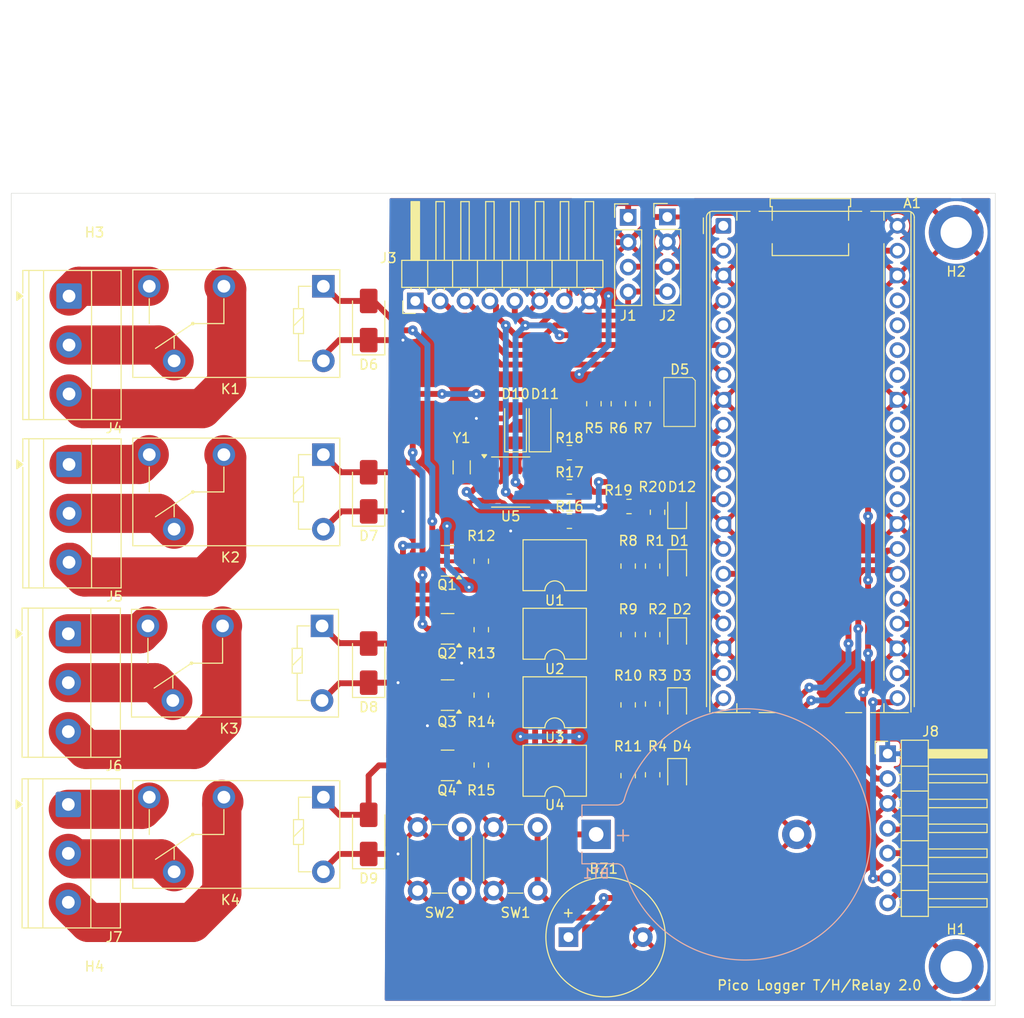
<source format=kicad_pcb>
(kicad_pcb (version 20241229) (generator "pcbnew") (generator_version "9.0")
  (layers (0 "F.Cu" signal) (2 "B.Cu" signal) (13 "F.Paste" user) (15 "B.Paste" user) (5 "F.SilkS" user "F.Silkscreen") (7 "B.SilkS" user "B.Silkscreen") (1 "F.Mask" user) (3 "B.Mask" user) (25 "Edge.Cuts" user))
  (net 0 "")
  (net 1 "SCL")
  (net 4 "SPI TX")
  (net 5 "SDA")
  (net 6 "GPIO14")
  (net 8 "GPIO21")
  (net 12 "+3.3V")
  (net 14 "GND")
  (net 15 "Net-(D1-A)")
  (net 16 "Net-(D2-A)")
  (net 17 "Net-(D3-A)")
  (net 18 "Net-(D4-A)")
  (net 19 "Net-(D5-DI)")
  (net 20 "Net-(D5-VDD)")
  (net 21 "Net-(D5-DO)")
  (net 22 "GPIO2")
  (net 24 "GPIO12")
  (net 25 "K1_Pin5")
  (net 27 "GPIO11")
  (net 28 "GPIO13")
  (net 29 "TX")
  (net 30 "GPIO15")
  (net 31 "RX")
  (net 32 "+BATT")
  (net 33 "K1_Pin2")
  (net 34 "K2_Pin2")
  (net 35 "K3_Pin2")
  (net 36 "K4_Pin2")
  (net 37 "GPIO9")
  (net 38 "K4_Pin4")
  (net 39 "K4_Pin3")
  (net 40 "K4_Pin1")
  (net 41 "K3_Pin1")
  (net 42 "K3_Pin4")
  (net 43 "K3_Pin3")
  (net 44 "K2_Pin1")
  (net 45 "K2_Pin3")
  (net 46 "K2_Pin4")
  (net 47 "K1_Pin1")
  (net 48 "K1_Pin4")
  (net 49 "K1_Pin3")
  (net 50 "Net-(Q1-B)")
  (net 51 "Net-(Q2-B)")
  (net 52 "Net-(Q3-B)")
  (net 53 "Net-(Q4-B)")
  (net 54 "Net-(R8-Pad1)")
  (net 55 "Net-(R9-Pad1)")
  (net 56 "Net-(R10-Pad1)")
  (net 57 "Net-(R11-Pad1)")
  (net 58 "Net-(R12-Pad2)")
  (net 59 "Net-(R13-Pad2)")
  (net 60 "Net-(R14-Pad2)")
  (net 61 "Net-(R15-Pad2)")
  (net 62 "Net-(D10-K)")
  (net 63 "Net-(D12-A)")
  (net 64 "SPI CSn")
  (net 65 "GPIO6")
  (net 66 "SPI SCK")
  (net 67 "GPIO20")
  (net 68 "SPI RX")
  (net 69 "GPIO7")
  (net 70 "GPIO8")
  (net 71 "GPIO10")
  (net 72 "Net-(U5-OSCO)")
  (net 73 "Net-(U5-OSCI)")
  (footprint "Resistor_SMD:R_0805_2012Metric" (layer "F.Cu") (at 155 72.5 180)
    (property "Reference" "R18")
    (property "Value" "4K7")
  )
  (footprint "LED_SMD:LED_Avago_PLCC4_3.2x2.8mm_CW" (layer "F.Cu") (at 166.25 67.325 -90)
    (property "Reference" "D5")
    (property "Value" "APA-106-F5")
  )
  (footprint "Resistor_SMD:R_0805_2012Metric" (layer "F.Cu") (at 162.5 67.5 -90)
    (property "Reference" "R7")
    (property "Value" "220")
  )
  (footprint "Diode_SMD:D_MiniMELF" (layer "F.Cu") (at 149.5 69.75 90)
    (property "Reference" "D10")
    (property "Value" "LL4148")
  )
  (footprint "Resistor_SMD:R_0805_2012Metric" (layer "F.Cu") (at 163.5 84.0875 90)
    (property "Reference" "R1")
    (property "Value" "220")
  )
  (footprint "LED_SMD:LED_0805_2012Metric" (layer "F.Cu") (at 166 98.2075 -90)
    (property "Reference" "D3")
    (property "Value" "LED")
  )
  (footprint "MountingHole:MountingHole_3.2mm_M3_DIN965_Pad" (layer "F.Cu") (at 194.5 50)
    (property "Reference" "H2")
    (property "Value" "MountingHole_Pad")
  )
  (footprint "Connector_PinHeader_2.54mm:PinHeader_1x04_P2.54mm_Vertical" (layer "F.Cu") (at 161 48.46)
    (property "Reference" "J1")
    (property "Value" "Sensor")
  )
  (footprint "Resistor_SMD:R_0805_2012Metric" (layer "F.Cu") (at 157.5 67.5 -90)
    (property "Reference" "R5")
    (property "Value" "220")
  )
  (footprint "Resistor_SMD:R_0805_2012Metric" (layer "F.Cu") (at 161.0875 78)
    (property "Reference" "R19")
    (property "Value" "10K")
  )
  (footprint "Button_Switch_THT:SW_PUSH_6mm" (layer "F.Cu") (at 139.5 117.25 90)
    (property "Reference" "SW2")
    (property "Value" "SW_Push")
  )
  (footprint "Diode_SMD:D_SMA" (layer "F.Cu") (at 134.5 111.5 90)
    (property "Reference" "D9")
    (property "Value" "SM4007")
  )
  (footprint "Resistor_SMD:R_0805_2012Metric" (layer "F.Cu") (at 146 104.4125 90)
    (property "Reference" "R15")
    (property "Value" "120")
  )
  (footprint "MountingHole:MountingHole_3.2mm_M3" (layer "F.Cu") (at 102 125)
    (property "Reference" "H4")
    (property "Value" "MountingHole")
  )
  (footprint "Relay_THT:Relay_SPDT_Omron-G5Q-1" (layer "F.Cu") (at 129.875 72.7 180)
    (property "Reference" "K2")
    (property "Value" "G5Q-1")
  )
  (footprint "Resistor_SMD:R_0805_2012Metric" (layer "F.Cu") (at 161 105.5 90)
    (property "Reference" "R11")
    (property "Value" "470")
  )
  (footprint "TerminalBlock_Phoenix:TerminalBlock_Phoenix_MKDS-1,5-3_1x03_P5.00mm_Horizontal" (layer "F.Cu") (at 103.8275 91 -90)
    (property "Reference" "J6")
    (property "Value" "K2_Output")
  )
  (footprint "Package_DIP:SMDIP-4_W9.53mm" (layer "F.Cu") (at 153.5 98 180)
    (property "Reference" "U3")
    (property "Value" "LTV-817S")
  )
  (footprint "LED_SMD:LED_0805_2012Metric" (layer "F.Cu") (at 166 91.0625 -90)
    (property "Reference" "D2")
    (property "Value" "LED")
  )
  (footprint "Connector_PinHeader_2.54mm:PinHeader_1x04_P2.54mm_Vertical" (layer "F.Cu") (at 165 48.42)
    (property "Reference" "J2")
    (property "Value" "LCD 16x2")
  )
  (footprint "Resistor_SMD:R_0805_2012Metric" (layer "F.Cu") (at 146 90.5875 90)
    (property "Reference" "R13")
    (property "Value" "120")
  )
  (footprint "MountingHole:MountingHole_3.2mm_M3" (layer "F.Cu") (at 102 50)
    (property "Reference" "H3")
    (property "Value" "MountingHole")
  )
  (footprint "Connector_PinHeader_2.54mm:PinHeader_1x07_P2.54mm_Horizontal" (layer "F.Cu") (at 187.5 103.26)
    (property "Reference" "J8")
    (property "Value" "SPI")
  )
  (footprint "MountingHole:MountingHole_3.2mm_M3_DIN965_Pad" (layer "F.Cu") (at 194.5 125)
    (property "Reference" "H1")
    (property "Value" "MountingHole_Pad")
  )
  (footprint "Module:RaspberryPi_Pico_Common_THT" (layer "F.Cu") (at 170.72 49.32)
    (property "Reference" "A1")
    (property "Value" "RaspberryPi_Pico_W")
  )
  (footprint "Package_SO:SOIC-8_3.9x4.9mm_P1.27mm" (layer "F.Cu") (at 149 75.5)
    (property "Reference" "U5")
    (property "Value" "PCF8563T")
  )
  (footprint "Package_DIP:SMDIP-4_W9.53mm" (layer "F.Cu") (at 153.5 91 180)
    (property "Reference" "U2")
    (property "Value" "LTV-817S")
  )
  (footprint "Package_TO_SOT_SMD:SOT-23" (layer "F.Cu") (at 142.5625 83.55 180)
    (property "Reference" "Q1")
    (property "Value" "MMBT3904")
  )
  (footprint "Resistor_SMD:R_0805_2012Metric" (layer "F.Cu") (at 146 83.5875 90)
    (property "Reference" "R12")
    (property "Value" "120")
  )
  (footprint "Package_DIP:SMDIP-4_W9.53mm" (layer "F.Cu") (at 153.5 84 180)
    (property "Reference" "U1")
    (property "Value" "LTV-817S")
  )
  (footprint "Package_TO_SOT_SMD:SOT-23" (layer "F.Cu") (at 142.5625 104.45 180)
    (property "Reference" "Q4")
    (property "Value" "MMBT3904")
  )
  (footprint "Relay_THT:Relay_SPDT_Omron-G5Q-1" (layer "F.Cu") (at 129.875 107.7 180)
    (property "Reference" "K4")
    (property "Value" "G5Q-1")
  )
  (footprint "Package_TO_SOT_SMD:SOT-23" (layer "F.Cu") (at 142.5625 90.5 180)
    (property "Reference" "Q2")
    (property "Value" "MMBT3904")
  )
  (footprint "Resistor_SMD:R_0805_2012Metric" (layer "F.Cu") (at 160 67.5 -90)
    (property "Reference" "R6")
    (property "Value" "220")
  )
  (footprint "LED_SMD:LED_0805_2012Metric" (layer "F.Cu") (at 166 105.4375 -90)
    (property "Reference" "D4")
    (property "Value" "LED")
  )
  (footprint "Diode_SMD:D_SMA" (layer "F.Cu") (at 134.5 59 90)
    (property "Reference" "D6")
    (property "Value" "SM4007")
  )
  (footprint "Button_Switch_THT:SW_PUSH_6mm" (layer "F.Cu") (at 147.25 117.25 90)
    (property "Reference" "SW1")
    (property "Value" "SW_Push")
  )
  (footprint "Resistor_SMD:R_0805_2012Metric" (layer "F.Cu") (at 146 97.27 90)
    (property "Reference" "R14")
    (property "Value" "120")
  )
  (footprint "Resistor_SMD:R_0805_2012Metric" (layer "F.Cu") (at 161 98.27 90)
    (property "Reference" "R10")
    (property "Value" "470")
  )
  (footprint "Resistor_SMD:R_0805_2012Metric" (layer "F.Cu") (at 161 84.0875 90)
    (property "Reference" "R8")
    (property "Value" "470")
  )
  (footprint "Resistor_SMD:R_0805_2012Metric" (layer "F.Cu") (at 164 78.5875 -90)
    (property "Reference" "R20")
    (property "Value" "220")
  )
  (footprint "LED_SMD:LED_0805_2012Metric" (layer "F.Cu") (at 166 84.0875 -90)
    (property "Reference" "D1")
    (property "Value" "LED")
  )
  (footprint "Diode_SMD:D_SMA" (layer "F.Cu") (at 134.5 76.5 90)
    (property "Reference" "D7")
    (property "Value" "SM4007")
  )
  (footprint "Buzzer_Beeper:Buzzer_12x9.5RM7.6" (layer "F.Cu") (at 154.9 122)
    (property "Reference" "BZ1")
    (property "Value" "Buzzer")
  )
  (footprint "Relay_THT:Relay_SPDT_Omron-G5Q-1" (layer "F.Cu") (at 129.74 90.2 180)
    (property "Reference" "K3")
    (property "Value" "G5Q-1")
  )
  (footprint "TerminalBlock_Phoenix:TerminalBlock_Phoenix_MKDS-1,5-3_1x03_P5.00mm_Horizontal" (layer "F.Cu") (at 103.9 56.5 -90)
    (property "Reference" "J4")
    (property "Value" "K4_Output")
  )
  (footprint "TerminalBlock_Phoenix:TerminalBlock_Phoenix_MKDS-1,5-3_1x03_P5.00mm_Horizontal" (layer "F.Cu") (at 103.8275 108.44 -90)
    (property "Reference" "J7")
    (property "Value" "K1_Output")
  )
  (footprint "Resistor_SMD:R_0805_2012Metric" (layer "F.Cu") (at 163.5 91.0875 90)
    (property "Reference" "R2")
    (property "Value" "220")
  )
  (footprint "Resistor_SMD:R_0805_2012Metric" (layer "F.Cu") (at 163.5 98.1825 90)
    (property "Reference" "R3")
    (property "Value" "220")
  )
  (footprint "Resistor_SMD:R_0805_2012Metric" (layer "F.Cu") (at 161 91.0875 90)
    (property "Reference" "R9")
    (property "Value" "470")
  )
  (footprint "Diode_SMD:D_MiniMELF" (layer "F.Cu") (at 152 69.75 90)
    (property "Reference" "D11")
    (property "Value" "LL4148")
  )
  (footprint "Crystal:Crystal_SMD_3215-2Pin_3.2x1.5mm" (layer "F.Cu") (at 144 74 -90)
    (property "Reference" "Y1")
    (property "Value" "Crystal")
  )
  (footprint "Resistor_SMD:R_0805_2012Metric" (layer "F.Cu") (at 155 76 180)
    (property "Reference" "R17")
    (property "Value" "4K7")
  )
  (footprint "Relay_THT:Relay_SPDT_Omron-G5Q-1" (layer "F.Cu") (at 129.875 55.5 180)
    (property "Reference" "K1")
    (property "Value" "G5Q-1")
  )
  (footprint "Diode_SMD:D_SMA" (layer "F.Cu") (at 134.5 94 90)
    (property "Reference" "D8")
    (property "Value" "SM4007")
  )
  (footprint "TerminalBlock_Phoenix:TerminalBlock_Phoenix_MKDS-1,5-3_1x03_P5.00mm_Horizontal" (layer "F.Cu") (at 103.9 73.7 -90)
    (property "Reference" "J5")
    (property "Value" "K3_Output")
  )
  (footprint "Resistor_SMD:R_0805_2012Metric" (layer "F.Cu") (at 163.5 105.4125 90)
    (property "Reference" "R4")
    (property "Value" "220")
  )
  (footprint "Resistor_SMD:R_0805_2012Metric" (layer "F.Cu") (at 155 79.5 180)
    (property "Reference" "R16")
    (property "Value" "4K7")
  )
  (footprint "LED_SMD:LED_0805_2012Metric" (layer "F.Cu") (at 166 78.5625 90)
    (property "Reference" "D12")
    (property "Value" "LED")
  )
  (footprint "Package_DIP:SMDIP-4_W9.53mm" (layer "F.Cu") (at 153.5 105 180)
    (property "Reference" "U4")
    (property "Value" "LTV-817S")
  )
  (footprint "Package_TO_SOT_SMD:SOT-23" (layer "F.Cu") (at 142.5625 97.27 180)
    (property "Reference" "Q3")
    (property "Value" "MMBT3904")
  )
  (footprint "Connector_PinHeader_2.54mm:PinHeader_1x08_P2.54mm_Horizontal" (layer "F.Cu") (at 139.26 57 90)
    (property "Reference" "J3")
    (property "Value" "Additional connector")
  )
  (footprint "Battery:BatteryHolder_Keystone_104_1x23mm" (layer "B.Cu") (at 157.73 111.5)
    (property "Reference" "BT1")
    (property "Value" "Battery_Cell")
  )
  (gr_rect (start 98 46) (end 198.5 129) (stroke (width 0.05)) (fill no) (layer "Edge.Cuts"))
  (gr_text "Pico Logger T/H/Relay 2.0" (at 170 127.5 0) (layer "F.SilkS") (effects (font (size 1 1)) (justify left bottom)))
  (segment (start 166.5 59.5) (end 168 58) (width 0.6) (layer "F.Cu") (net 1))
  (segment (start 150.5 59.5) (end 152 59.5) (width 0.6) (layer "F.Cu") (net 1))
  (segment (start 149.5 75.5) (end 150.135 76.135) (width 0.6) (layer "F.Cu") (net 1))
  (segment (start 149.42 58.42) (end 149.42 57) (width 0.6) (layer "F.Cu") (net 1))
  (segment (start 165 56.04) (end 161.04 56.04) (width 0.6) (layer "F.Cu") (net 1))
  (segment (start 169.14 51.86) (end 170.72 51.86) (width 0.6) (layer "F.Cu") (net 1))
  (segment (start 161 58) (end 161 56.08) (width 0.6) (layer "F.Cu") (net 1))
  (segment (start 163.5 59.5) (end 166.5 59.5) (width 0.6) (layer "F.Cu") (net 1))
  (segment (start 153.9525 76.135) (end 154.0875 76) (width 0.6) (layer "F.Cu") (net 1))
  (segment (start 150.5 59.5) (end 149.42 58.42) (width 0.6) (layer "F.Cu") (net 1))
  (segment (start 151.475 76.135) (end 153.9525 76.135) (width 0.6) (layer "F.Cu") (net 1))
  (segment (start 163.5 59.5) (end 162.5 60.5) (width 0.6) (layer "F.Cu") (net 1))
  (segment (start 153 58.5) (end 160.5 58.5) (width 0.6) (layer "F.Cu") (net 1))
  (segment (start 162.5 60.5) (end 154 60.5) (width 0.6) (layer "F.Cu") (net 1))
  (segment (start 160.5 58.5) (end 161 58) (width 0.6) (layer "F.Cu") (net 1))
  (segment (start 150.135 76.135) (end 151.475 76.135) (width 0.6) (layer "F.Cu") (net 1))
  (segment (start 152 59.5) (end 153 58.5) (width 0.6) (layer "F.Cu") (net 1))
  (segment (start 168 53) (end 169.14 51.86) (width 0.6) (layer "F.Cu") (net 1))
  (segment (start 168 58) (end 168 53) (width 0.6) (layer "F.Cu") (net 1))
  (via (at 154 60.5) (size 1) (drill 0.3) (layers "F.Cu" "B.Cu") (net 1))
  (via (at 150.5 59.5) (size 1) (drill 0.3) (layers "F.Cu" "B.Cu") (net 1))
  (via (at 149.5 75.5) (size 1) (drill 0.3) (layers "F.Cu" "B.Cu") (net 1))
  (segment (start 150.5 59.5) (end 153 59.5) (width 0.6) (layer "B.Cu") (net 1))
  (segment (start 149.5 60.5) (end 149.5 75.5) (width 0.6) (layer "B.Cu") (net 1))
  (segment (start 150.5 59.5) (end 149.5 60.5) (width 0.6) (layer "B.Cu") (net 1))
  (segment (start 153 59.5) (end 154 60.5) (width 0.6) (layer "B.Cu") (net 1))
  (segment (start 193 111) (end 193 90.5) (width 0.6) (layer "F.Cu") (net 4))
  (segment (start 193 90.5) (end 191.5 89) (width 0.6) (layer "F.Cu") (net 4))
  (segment (start 188.92 87.42) (end 188.5 87.42) (width 0.6) (layer "F.Cu") (net 4))
  (segment (start 190.5 89) (end 188.92 87.42) (width 0.6) (layer "F.Cu") (net 4))
  (segment (start 187 118.5) (end 187.5 118.5) (width 0.6) (layer "F.Cu") (net 4))
  (segment (start 189.5 116.5) (end 189.5 114.5) (width 0.6) (layer "F.Cu") (net 4))
  (segment (start 187.5 118.5) (end 189.5 116.5) (width 0.6) (layer "F.Cu") (net 4))
  (segment (start 189.5 114.5) (end 193 111) (width 0.6) (layer "F.Cu") (net 4))
  (segment (start 191.5 89) (end 190.5 89) (width 0.6) (layer "F.Cu") (net 4))
  (segment (start 147.5 58.5) (end 147.5 57.5) (width 0.6) (layer "F.Cu") (net 5))
  (segment (start 147.5 57.5) (end 147 57) (width 0.6) (layer "F.Cu") (net 5))
  (segment (start 153.5 59.5) (end 162 59.5) (width 0.6) (layer "F.Cu") (net 5))
  (segment (start 166 58.5) (end 167 57.5) (width 0.6) (layer "F.Cu") (net 5))
  (segment (start 170.18 49.32) (end 170.72 49.32) (width 0.6) (layer "F.Cu") (net 5))
  (segment (start 154.0875 79) (end 154.0875 79.5) (width 0.6) (layer "F.Cu") (net 5))
  (segment (start 152.4925 77.405) (end 154.0875 79) (width 0.6) (layer "F.Cu") (net 5))
  (segment (start 167 53.5) (end 161.04 53.5) (width 0.6) (layer "F.Cu") (net 5))
  (segment (start 151.475 77.405) (end 152.4925 77.405) (width 0.6) (layer "F.Cu") (net 5))
  (segment (start 149.405 77.405) (end 151.475 77.405) (width 0.6) (layer "F.Cu") (net 5))
  (segment (start 148.5 59.5) (end 147.5 58.5) (width 0.6) (layer "F.Cu") (net 5))
  (segment (start 167 53.5) (end 167 52.5) (width 0.6) (layer "F.Cu") (net 5))
  (segment (start 152.5 60.5) (end 153.5 59.5) (width 0.6) (layer "F.Cu") (net 5))
  (segment (start 162 59.5) (end 163 58.5) (width 0.6) (layer "F.Cu") (net 5))
  (segment (start 148.5 76.5) (end 149.405 77.405) (width 0.6) (layer "F.Cu") (net 5))
  (segment (start 147 57) (end 146.88 57) (width 0.6) (layer "F.Cu") (net 5))
  (segment (start 149.5 60.5) (end 152.5 60.5) (width 0.6) (layer "F.Cu") (net 5))
  (segment (start 167 52.5) (end 170.18 49.32) (width 0.6) (layer "F.Cu") (net 5))
  (segment (start 163 58.5) (end 166 58.5) (width 0.6) (layer "F.Cu") (net 5))
  (segment (start 167 57.5) (end 167 53.5) (width 0.6) (layer "F.Cu") (net 5))
  (segment (start 148.5 59.5) (end 149.5 60.5) (width 0.6) (layer "F.Cu") (net 5))
  (via (at 148.5 76.5) (size 1) (drill 0.3) (layers "F.Cu" "B.Cu") (net 5))
  (via (at 148.5 59.5) (size 1) (drill 0.3) (layers "F.Cu" "B.Cu") (net 5))
  (segment (start 148.5 65) (end 148.5 76.5) (width 0.6) (layer "B.Cu") (net 5))
  (segment (start 148.5 59.5) (end 148.5 65) (width 0.6) (layer "B.Cu") (net 5))
  (segment (start 170.68 95) (end 170.72 95.04) (width 0.6) (layer "F.Cu") (net 6))
  (segment (start 163.5 97.27) (end 163.5 96) (width 0.6) (layer "F.Cu") (net 6))
  (segment (start 164.5 95) (end 170.68 95) (width 0.6) (layer "F.Cu") (net 6))
  (segment (start 163.5 96) (end 164.5 95) (width 0.6) (layer "F.Cu") (net 6))
  (segment (start 161 97.3575) (end 163.4125 97.3575) (width 0.6) (layer "F.Cu") (net 6))
  (segment (start 151.75 117.25) (end 151.75 110.75) (width 0.6) (layer "F.Cu") (net 8))
  (segment (start 162 117.5) (end 160.5 119) (width 0.6) (layer "F.Cu") (net 8))
  (segment (start 160.5 119) (end 153.5 119) (width 0.6) (layer "F.Cu") (net 8))
  (segment (start 183.5 92) (end 183.5 84.5) (width 0.6) (layer "F.Cu") (net 8))
  (segment (start 184.5 83.5) (end 186.5 83.5) (width 0.6) (layer "F.Cu") (net 8))
  (segment (start 186.5 83.5) (end 187.5 82.5) (width 0.6) (layer "F.Cu") (net 8))
  (segment (start 153.5 119) (end 151.75 117.25) (width 0.6) (layer "F.Cu") (net 8))
  (segment (start 188.34 82.5) (end 188.5 82.34) (width 0.6) (layer "F.Cu") (net 8))
  (segment (start 187.5 82.5) (end 188.34 82.5) (width 0.6) (layer "F.Cu") (net 8))
  (segment (start 179.5 96.5) (end 162 114) (width 0.6) (layer "F.Cu") (net 8))
  (segment (start 183.5 84.5) (end 184.5 83.5) (width 0.6) (layer "F.Cu") (net 8))
  (segment (start 162 114) (end 162 117.5) (width 0.6) (layer "F.Cu") (net 8))
  (via (at 183.5 92) (size 1) (drill 0.3) (layers "F.Cu" "B.Cu") (net 8))
  (via (at 179.5 96.5) (size 1) (drill 0.3) (layers "F.Cu" "B.Cu") (net 8))
  (segment (start 183.5 92) (end 183.5 94) (width 0.6) (layer "B.Cu") (net 8))
  (segment (start 183.5 94) (end 181 96.5) (width 0.6) (layer "B.Cu") (net 8))
  (segment (start 181 96.5) (end 179.5 96.5) (width 0.6) (layer "B.Cu") (net 8))
  (segment (start 186.3 105.8) (end 187 105.8) (width 0.6) (layer "F.Cu") (net 12))
  (segment (start 186.14 51.86) (end 186.86 51.86) (width 0.6) (layer "F.Cu") (net 12))
  (segment (start 161 47) (end 156 47) (width 0.6) (layer "F.Cu") (net 12))
  (segment (start 185 104.5) (end 186.3 105.8) (width 0.6) (layer "F.Cu") (net 12))
  (segment (start 156 47) (end 155 48) (width 0.6) (layer "F.Cu") (net 12))
  (segment (start 186.5 49) (end 185.5 48) (width 0.6) (layer "F.Cu") (net 12))
  (segment (start 186.5 51.5) (end 186.5 49) (width 0.6) (layer "F.Cu") (net 12))
  (segment (start 185 97) (end 185 104.5) (width 0.6) (layer "F.Cu") (net 12))
  (segment (start 155 48) (end 155 56.5) (width 0.6) (layer "F.Cu") (net 12))
  (segment (start 185.5 79) (end 185.5 52.5) (width 0.6) (layer "F.Cu") (net 12))
  (segment (start 185.5 48) (end 168 48) (width 0.6) (layer "F.Cu") (net 12))
  (segment (start 161 47) (end 161 48.46) (width 0.6) (layer "F.Cu") (net 12))
  (segment (start 167 47) (end 161 47) (width 0.6) (layer "F.Cu") (net 12))
  (segment (start 185.5 85.5) (end 185.5 93) (width 0.6) (layer "F.Cu") (net 12))
  (segment (start 188.5 51.86) (end 186.86 51.86) (width 0.6) (layer "F.Cu") (net 12))
  (segment (start 185.5 52.5) (end 186.14 51.86) (width 0.6) (layer "F.Cu") (net 12))
  (segment (start 155 56.5) (end 154.5 57) (width 0.6) (layer "F.Cu") (net 12))
  (segment (start 186.86 51.86) (end 186.5 51.5) (width 0.6) (layer "F.Cu") (net 12))
  (segment (start 168 48) (end 167 47) (width 0.6) (layer "F.Cu") (net 12))
  (via (at 185.5 93) (size 1) (drill 0.3) (layers "F.Cu" "B.Cu") (net 12))
  (via (at 185 97) (size 1) (drill 0.3) (layers "F.Cu" "B.Cu") (net 12))
  (via (at 185.5 85.5) (size 1) (drill 0.3) (layers "F.Cu" "B.Cu") (net 12))
  (via (at 185.5 79) (size 1) (drill 0.3) (layers "F.Cu" "B.Cu") (net 12))
  (segment (start 185.5 93) (end 185.5 96.5) (width 0.6) (layer "B.Cu") (net 12))
  (segment (start 185.5 96.5) (end 185 97) (width 0.6) (layer "B.Cu") (net 12))
  (segment (start 185.5 85.5) (end 185.5 79) (width 0.6) (layer "B.Cu") (net 12))
  (segment (start 158.5 56) (end 159 56.5) (width 0.6) (layer "F.Cu") (net 14))
  (segment (start 168.995 68.825) (end 170.72 67.1) (width 0.6) (layer "F.Cu") (net 14))
  (segment (start 167 68.825) (end 168.995 68.825) (width 0.6) (layer "F.Cu") (net 14))
  (segment (start 163.58 48.42) (end 161 51) (width 0.6) (layer "F.Cu") (net 14))
  (segment (start 165 48.42) (end 163.58 48.42) (width 0.6) (layer "F.Cu") (net 14))
  (segment (start 161 51) (end 158.5 51) (width 0.6) (layer "F.Cu") (net 14))
  (segment (start 158.5 51) (end 158.5 56) (width 0.6) (layer "F.Cu") (net 14))
  (via (at 156 101.5) (size 1) (drill 0.3) (layers "F.Cu" "B.Cu") (net 14))
  (via (at 142.5 80) (size 1) (drill 0.3) (layers "F.Cu" "B.Cu") (net 14))
  (via (at 150 101.5) (size 1) (drill 0.3) (layers "F.Cu" "B.Cu") (net 14))
  (via (at 159 56.5) (size 1) (drill 0.3) (layers "F.Cu" "B.Cu") (net 14))
  (via (at 156 64.5) (size 1) (drill 0.3) (layers "F.Cu" "B.Cu") (net 14))
  (via (at 144.75 86.25) (size 1) (drill 0.3) (layers "F.Cu" "B.Cu") (net 14))
  (segment (start 159 61.5) (end 156 64.5) (width 0.6) (layer "B.Cu") (net 14))
  (segment (start 144.75 86.25) (end 142.5 84) (width 0.6) (layer "B.Cu") (net 14))
  (segment (start 159 56.5) (end 159 61.5) (width 0.6) (layer "B.Cu") (net 14))
  (segment (start 150 101.5) (end 156 101.5) (width 0.6) (layer "B.Cu") (net 14))
  (segment (start 142.5 84) (end 142.5 80) (width 0.6) (layer "B.Cu") (net 14))
  (segment (start 163.265 85) (end 165.74 85) (width 0.6) (layer "F.Cu") (net 15))
  (segment (start 166 92) (end 163.5 92) (width 0.6) (layer "F.Cu") (net 16))
  (segment (start 166 99.145) (end 163.55 99.145) (width 0.6) (layer "F.Cu") (net 17))
  (segment (start 166.5 106.375) (end 164.05 106.375) (width 0.6) (layer "F.Cu") (net 18))
  (segment (start 164.05 106.375) (end 164 106.325) (width 0.6) (layer "F.Cu") (net 18))
  (segment (start 164.0875 64.4125) (end 165.5 65.825) (width 0.6) (layer "F.Cu") (net 19))
  (segment (start 159.5875 64.4125) (end 164.0875 64.4125) (width 0.6) (layer "F.Cu") (net 19))
  (segment (start 159.5875 64.4125) (end 157.4125 66.5875) (width 0.6) (layer "F.Cu") (net 19))
  (segment (start 165.5 68.825) (end 164.825 68.825) (width 0.6) (layer "F.Cu") (net 20))
  (segment (start 164.825 68.825) (end 162.5 66.5) (width 0.6) (layer "F.Cu") (net 20))
  (segment (start 166.5 67.325) (end 167 66.825) (width 0.6) (layer "F.Cu") (net 21))
  (segment (start 160 66.5) (end 160 65.325) (width 0.6) (layer "F.Cu") (net 21))
  (segment (start 164 65.5) (end 164 66.525) (width 0.6) (layer "F.Cu") (net 21))
  (segment (start 164.8 67.325) (end 166.5 67.325) (width 0.6) (layer "F.Cu") (net 21))
  (segment (start 160 65.325) (end 163.825 65.325) (width 0.6) (layer "F.Cu") (net 21))
  (segment (start 167 66.825) (end 167 65.825) (width 0.6) (layer "F.Cu") (net 21))
  (segment (start 163.825 65.325) (end 164 65.5) (width 0.6) (layer "F.Cu") (net 21))
  (segment (start 164 66.525) (end 164.8 67.325) (width 0.6) (layer "F.Cu") (net 21))
  (segment (start 170.56 56.94) (end 167 60.5) (width 0.6) (layer "F.Cu") (net 22))
  (segment (start 164 60.5) (end 163 61.5) (width 0.6) (layer "F.Cu") (net 22))
  (segment (start 163 61.5) (end 149 61.5) (width 0.6) (layer "F.Cu") (net 22))
  (segment (start 149 61.5) (end 144.84 57.34) (width 0.6) (layer "F.Cu") (net 22))
  (segment (start 144.84 57.34) (end 144 57.34) (width 0.6) (layer "F.Cu") (net 22))
  (segment (start 170.72 56.94) (end 170.56 56.94) (width 0.6) (layer "F.Cu") (net 22))
  (segment (start 167 60.5) (end 164 60.5) (width 0.6) (layer "F.Cu") (net 22))
  (segment (start 161.5 83.175) (end 163.5 83.175) (width 0.6) (layer "F.Cu") (net 24))
  (segment (start 169 85.7) (end 170.72 87.42) (width 0.6) (layer "F.Cu") (net 24))
  (segment (start 164.5 81) (end 168 81) (width 0.6) (layer "F.Cu") (net 24))
  (segment (start 163.5 82) (end 164.5 81) (width 0.6) (layer "F.Cu") (net 24))
  (segment (start 163.5 83.175) (end 163.5 82) (width 0.6) (layer "F.Cu") (net 24))
  (segment (start 168 81) (end 169 82) (width 0.6) (layer "F.Cu") (net 24))
  (segment (start 169 82) (end 169 85.7) (width 0.6) (layer "F.Cu") (net 24))
  (segment (start 138 78.5) (end 134.5 78.5) (width 0.6) (layer "F.Cu") (net 25))
  (segment (start 151 81.5) (end 151 84.5) (width 0.6) (layer "F.Cu") (net 25))
  (segment (start 131.695 78.5) (end 129.875 80.32) (width 0.6) (layer "F.Cu") (net 25))
  (segment (start 150.5 81) (end 151 81.5) (width 0.6) (layer "F.Cu") (net 25))
  (segment (start 150.5 85) (end 149.005 85) (width 0.6) (layer "F.Cu") (net 25))
  (segment (start 129.875 62.625) (end 129.875 63.12) (width 0.6) (layer "F.Cu") (net 25))
  (segment (start 151 84.5) (end 150.5 85) (width 0.6) (layer "F.Cu") (net 25))
  (segment (start 140.5 100.4) (end 147.605 100.4) (width 0.6) (layer "F.Cu") (net 25))
  (segment (start 151.5 105.5) (end 150.5 106.5) (width 0.6) (layer "F.Cu") (net 25))
  (segment (start 134.5 61) (end 131.5 61) (width 0.6) (layer "F.Cu") (net 25))
  (segment (start 150 80.5) (end 150.5 81) (width 0.6) (layer "F.Cu") (net 25))
  (segment (start 134.44 96.06) (end 134.5 96) (width 0.6) (layer "F.Cu") (net 25))
  (segment (start 149.5 68) (end 148.5 69) (width 0.6) (layer "F.Cu") (net 25))
  (segment (start 131.5 61) (end 129.875 62.625) (width 0.6) (layer "F.Cu") (net 25))
  (segment (start 134.5 96) (end 137.5 96) (width 0.6) (layer "F.Cu") (net 25))
  (segment (start 147.605 100.4) (end 148.735 99.27) (width 0.6) (layer "F.Cu") (net 25))
  (segment (start 155.9125 76) (end 155.9125 72.5) (width 0.6) (layer "F.Cu") (net 25))
  (segment (start 149.005 99) (end 150.5 99) (width 0.6) (layer "F.Cu") (net 25))
  (segment (start 138 61) (end 134.5 61) (width 0.6) (layer "F.Cu") (net 25))
  (segment (start 149 80.5) (end 150 80.5) (width 0.6) (layer "F.Cu") (net 25))
  (segment (start 150.5 99) (end 151.5 100) (width 0.6) (layer "F.Cu") (net 25))
  (segment (start 144 94) (end 146.5 94) (width 0.6) (layer "F.Cu") (net 25))
  (segment (start 150.5 106.5) (end 148.965 106.5) (width 0.6) (layer "F.Cu") (net 25))
  (segment (start 131.5 96.06) (end 134.44 96.06) (width 0.6) (layer "F.Cu") (net 25))
  (segment (start 155.9125 79.5) (end 155.9125 76) (width 0.6) (layer "F.Cu") (net 25))
  (segment (start 155.9125 80.5875) (end 155.5 81) (width 0.6) (layer "F.Cu") (net 25))
  (segment (start 155.5 81) (end 150.5 81) (width 0.6) (layer "F.Cu") (net 25))
  (segment (start 162 79.5) (end 155.9125 79.5) (width 0.6) (layer "F.Cu") (net 25))
  (segment (start 146.5 94) (end 147.5 93) (width 0.6) (layer "F.Cu") (net 25))
  (segment (start 155.9125 79.5) (end 155.9125 80.5875) (width 0.6) (layer "F.Cu") (net 25))
  (segment (start 148.005 93) (end 149.005 92) (width 0.6) (layer "F.Cu") (net 25))
  (segment (start 131.5 113.5) (end 129.875 115.125) (width 0.6) (layer "F.Cu") (net 25))
  (segment (start 148.5 69) (end 145.5 69) (width 0.6) (layer "F.Cu") (net 25))
  (segment (start 162 78) (end 162 79.5) (width 0.6) (layer "F.Cu") (net 25))
  (segment (start 164 79.5) (end 162 79.5) (width 0.6) (layer "F.Cu") (net 25))
  (segment (start 134.5 113.5) (end 131.5 113.5) (width 0.6) (layer "F.Cu") (net 25))
  (segment (start 134.5 78.5) (end 131.695 78.5) (width 0.6) (layer "F.Cu") (net 25))
  (segment (start 131.5 96.06) (end 129.74 97.82) (width 0.6) (layer "F.Cu") (net 25))
  (segment (start 151.5 100) (end 151.5 105.5) (width 0.6) (layer "F.Cu") (net 25))
  (segment (start 129.875 115.125) (end 129.875 115.32) (width 0.6) (layer "F.Cu") (net 25))
  (segment (start 134.5 113.5) (end 137.5 113.5) (width 0.6) (layer "F.Cu") (net 25))
  (segment (start 147.5 93) (end 148.005 93) (width 0.6) (layer "F.Cu") (net 25))
  (via (at 138 78.5) (size 1) (drill 0.3) (layers "F.Cu" "B.Cu") (net 25))
  (via (at 149 80.5) (size 1) (drill 0.3) (layers "F.Cu" "B.Cu") (net 25))
  (via (at 137.5 96) (size 1) (drill 0.3) (layers "F.Cu" "B.Cu") (net 25))
  (via (at 144 94) (size 1) (drill 0.3) (layers "F.Cu" "B.Cu") (net 25))
  (via (at 140.5 100.4) (size 1) (drill 0.3) (layers "F.Cu" "B.Cu") (net 25))
  (via (at 145.5 69) (size 1) (drill 0.3) (layers "F.Cu" "B.Cu") (net 25))
  (via (at 137.5 113.5) (size 1) (drill 0.3) (layers "F.Cu" "B.Cu") (net 25))
  (via (at 138 61) (size 1) (drill 0.3) (layers "F.Cu" "B.Cu") (net 25))
  (segment (start 172.88 84.88) (end 170.72 84.88) (width 0.6) (layer "F.Cu") (net 27))
  (segment (start 174 86) (end 172.88 84.88) (width 0.6) (layer "F.Cu") (net 27))
  (segment (start 158.5 118) (end 160 118) (width 0.6) (layer "F.Cu") (net 27))
  (segment (start 161 117) (end 161 113.5) (width 0.6) (layer "F.Cu") (net 27))
  (segment (start 174 100.5) (end 174 86) (width 0.6) (layer "F.Cu") (net 27))
  (segment (start 160 118) (end 161 117) (width 0.6) (layer "F.Cu") (net 27))
  (segment (start 161 113.5) (end 174 100.5) (width 0.6) (layer "F.Cu") (net 27))
  (via (at 158.5 118) (size 1) (drill 0.3) (layers "F.Cu" "B.Cu") (net 27))
  (segment (start 158.5 118.4) (end 154.9 122) (width 0.6) (layer "B.Cu") (net 27))
  (segment (start 158.5 118) (end 158.5 118.4) (width 0.6) (layer "B.Cu") (net 27))
  (segment (start 163.5 89) (end 164.5 88) (width 0.6) (layer "F.Cu") (net 28))
  (segment (start 168.76 88) (end 170.72 89.96) (width 0.6) (layer "F.Cu") (net 28))
  (segment (start 163.5 90.175) (end 163.5 89) (width 0.6) (layer "F.Cu") (net 28))
  (segment (start 164.5 88) (end 168.76 88) (width 0.6) (layer "F.Cu") (net 28))
  (segment (start 163.5 90.175) (end 161 90.175) (width 0.6) (layer "F.Cu") (net 28))
  (segment (start 148.5 62.5) (end 144.5 58.5) (width 0.6) (layer "F.Cu") (net 29))
  (segment (start 143.5 58.5) (end 142 57) (width 0.6) (layer "F.Cu") (net 29))
  (segment (start 170.72 62.02) (end 170.2 61.5) (width 0.6) (layer "F.Cu") (net 29))
  (segment (start 142 57) (end 141.8 57) (width 0.6) (layer "F.Cu") (net 29))
  (segment (start 170.48 62.02) (end 170.72 62.02) (width 0.6) (layer "F.Cu") (net 29))
  (segment (start 170.2 61.5) (end 164.5 61.5) (width 0.6) (layer "F.Cu") (net 29))
  (segment (start 144.5 58.5) (end 143.5 58.5) (width 0.6) (layer "F.Cu") (net 29))
  (segment (start 163.5 62.5) (end 148.5 62.5) (width 0.6) (layer "F.Cu") (net 29))
  (segment (start 164.5 61.5) (end 163.5 62.5) (width 0.6) (layer "F.Cu") (net 29))
  (segment (start 170.72 97.58) (end 164 104.3) (width 0.6) (layer "F.Cu") (net 30))
  (segment (start 164 104.3) (end 164 104.5) (width 0.6) (layer "F.Cu") (net 30))
  (segment (start 164 104.5) (end 161.5875 104.5) (width 0.6) (layer "F.Cu") (net 30))
  (segment (start 161.5875 104.5) (end 161.5 104.5875) (width 0.6) (layer "F.Cu") (net 30))
  (segment (start 142 59.5) (end 139.76 57.26) (width 0.6) (layer "F.Cu") (net 31))
  (segment (start 148 63.5) (end 144 59.5) (width 0.6) (layer "F.Cu") (net 31))
  (segment (start 168.66 62.5) (end 165 62.5) (width 0.6) (layer "F.Cu") (net 31))
  (segment (start 139.76 57.26) (end 139.26 57.26) (width 0.6) (layer "F.Cu") (net 31))
  (segment (start 165 62.5) (end 164 63.5) (width 0.6) (layer "F.Cu") (net 31))
  (segment (start 170.72 64.56) (end 168.66 62.5) (width 0.6) (layer "F.Cu") (net 31))
  (segment (start 144 59.5) (end 142 59.5) (width 0.6) (layer "F.Cu") (net 31))
  (segment (start 164 63.5) (end 148 63.5) (width 0.6) (layer "F.Cu") (net 31))
  (segment (start 145.49 66.5) (end 145.495 66.505) (width 0.6) (layer "F.Cu") (net 32))
  (segment (start 139 72.5) (end 139 67) (width 0.6) (layer "F.Cu") (net 32))
  (segment (start 157.73 111.5) (end 155 111.5) (width 0.6) (layer "F.Cu") (net 32))
  (segment (start 138 86.5) (end 138 82) (width 0.6) (layer "F.Cu") (net 32))
  (segment (start 152.5 87.5) (end 139 87.5) (width 0.6) (layer "F.Cu") (net 32))
  (segment (start 155 111.5) (end 154.5 111) (width 0.6) (layer "F.Cu") (net 32))
  (segment (start 145.5 66.51) (end 151.99 66.51) (width 0.6) (layer "F.Cu") (net 32))
  (segment (start 139 87.5) (end 138 86.5) (width 0.6) (layer "F.Cu") (net 32))
  (segment (start 139 67) (end 139.5 66.5) (width 0.6) (layer "F.Cu") (net 32))
  (segment (start 151.99 66.51) (end 152 66.5) (width 0.6) (layer "F.Cu") (net 32))
  (segment (start 154.5 89.5) (end 152.5 87.5) (width 0.6) (layer "F.Cu") (net 32))
  (segment (start 145.495 66.505) (end 145.5 66.51) (width 0.6) (layer "F.Cu") (net 32))
  (segment (start 142 66.5) (end 139.5 66.5) (width 0.6) (layer "F.Cu") (net 32))
  (segment (start 154.5 111) (end 154.5 89.5) (width 0.6) (layer "F.Cu") (net 32))
  (segment (start 152 66.5) (end 152 68) (width 0.6) (layer "F.Cu") (net 32))
  (via (at 138 82) (size 1) (drill 0.3) (layers "F.Cu" "B.Cu") (net 32))
  (via (at 139 72.5) (size 1) (drill 0.3) (layers "F.Cu" "B.Cu") (net 32))
  (via (at 145.495 66.505) (size 1) (drill 0.3) (layers "F.Cu" "B.Cu") (net 32))
  (via (at 142 66.5) (size 1) (drill 0.3) (layers "F.Cu" "B.Cu") (net 32))
  (segment (start 138 82) (end 140 82) (width 0.6) (layer "B.Cu") (net 32))
  (segment (start 139 73.5) (end 139 72.5) (width 0.6) (layer "B.Cu") (net 32))
  (segment (start 145.495 66.505) (end 142.005 66.505) (width 0.6) (layer "B.Cu") (net 32))
  (segment (start 140 74.5) (end 139 73.5) (width 0.6) (layer "B.Cu") (net 32))
  (segment (start 142.005 66.505) (end 142 66.5) (width 0.6) (layer "B.Cu") (net 32))
  (segment (start 140 82) (end 140 74.5) (width 0.6) (layer "B.Cu") (net 32))
  (segment (start 105.4 68) (end 117.5 68) (width 4) (layer "F.Cu") (net 33))
  (segment (start 120 65.5) (end 120 55.785) (width 4) (layer "F.Cu") (net 33))
  (segment (start 103.9 66.5) (end 105.4 68) (width 4) (layer "F.Cu") (net 33))
  (segment (start 117.5 68) (end 120 65.5) (width 4) (layer "F.Cu") (net 33))
  (segment (start 120 55.785) (end 119.715 55.5) (width 4) (layer "F.Cu") (net 33))
  (segment (start 105.5 85.2) (end 117.8 85.2) (width 4) (layer "F.Cu") (net 34))
  (segment (start 103.9 83.7) (end 104 83.7) (width 4) (layer "F.Cu") (net 34))
  (segment (start 120 72.985) (end 119.715 72.7) (width 4) (layer "F.Cu") (net 34))
  (segment (start 117.8 85.2) (end 120 83) (width 4) (layer "F.Cu") (net 34))
  (segment (start 104 83.7) (end 105.5 85.2) (width 4) (layer "F.Cu") (net 34))
  (segment (start 120 83) (end 120 72.985) (width 4) (layer "F.Cu") (net 34))
  (segment (start 119.5 90.28) (end 119.58 90.2) (width 4) (layer "F.Cu") (net 35))
  (segment (start 103.8275 101) (end 105.6475 102.82) (width 4) (layer "F.Cu") (net 35))
  (segment (start 119.5 100) (end 119.5 90.28) (width 4) (layer "F.Cu") (net 35))
  (segment (start 105.6475 102.82) (end 116.68 102.82) (width 4) (layer "F.Cu") (net 35))
  (segment (start 116.68 102.82) (end 119.5 100) (width 4) (layer "F.Cu") (net 35))
  (segment (start 119.5 117.5) (end 119.5 107.915) (width 4) (layer "F.Cu") (net 36))
  (segment (start 116.5 120.5) (end 119.5 117.5) (width 4) (layer "F.Cu") (net 36))
  (segment (start 105.8875 120.5) (end 116.5 120.5) (width 4) (layer "F.Cu") (net 36))
  (segment (start 119.5 108.415) (end 119.715 108.2) (width 4) (layer "F.Cu") (net 36))
  (segment (start 103.8275 118.44) (end 105.8875 120.5) (width 4) (layer "F.Cu") (net 36))
  (segment (start 146.525 76.135) (end 145.365 76.135) (width 0.6) (layer "F.Cu") (net 37))
  (segment (start 158 78) (end 160.175 78) (width 0.6) (layer "F.Cu") (net 37))
  (segment (start 170.72 77.26) (end 169.26 77.26) (width 0.6) (layer "F.Cu") (net 37))
  (segment (start 169.26 77.26) (end 167.5 75.5) (width 0.6) (layer "F.Cu") (net 37))
  (segment (start 167.5 75.5) (end 158 75.5) (width 0.6) (layer "F.Cu") (net 37))
  (segment (start 145.365 76.135) (end 145 76.5) (width 0.6) (layer "F.Cu") (net 37))
  (segment (start 145 76.5) (end 144.5 76.5) (width 0.6) (layer "F.Cu") (net 37))
  (via (at 158 75.5) (size 1) (drill 0.3) (layers "F.Cu" "B.Cu") (net 37))
  (via (at 158 78) (size 1) (drill 0.3) (layers "F.Cu" "B.Cu") (net 37))
  (via (at 144.5 76.5) (size 1) (drill 0.3) (layers "F.Cu" "B.Cu") (net 37))
  (segment (start 144.5 76.5) (end 146 78) (width 0.6) (layer "B.Cu") (net 37))
  (segment (start 146 78) (end 158 78) (width 0.6) (layer "B.Cu") (net 37))
  (segment (start 158 75.5) (end 158 78) (width 0.6) (layer "B.Cu") (net 37))
  (segment (start 113.315 114) (end 114.635 115.32) (width 4) (layer "F.Cu") (net 38))
  (segment (start 103.8275 113.44) (end 104.3875 114) (width 4) (layer "F.Cu") (net 38))
  (segment (start 104.3875 114) (end 113.315 114) (width 4) (layer "F.Cu") (net 38))
  (segment (start 111.355 108.94) (end 112.095 108.2) (width 4) (layer "F.Cu") (net 39))
  (segment (start 103.8275 108.94) (end 111.355 108.94) (width 4) (layer "F.Cu") (net 39))
  (segment (start 135.55 104.45) (end 134.5 105.5) (width 0.6) (layer "F.Cu") (net 40))
  (segment (start 134.5 105.5) (end 134.5 109.5) (width 0.6) (layer "F.Cu") (net 40))
  (segment (start 141.625 104.45) (end 135.55 104.45) (width 0.6) (layer "F.Cu") (net 40))
  (segment (start 131.5 109.5) (end 129.875 107.875) (width 0.6) (layer "F.Cu") (net 40))
  (segment (start 134.5 109.5) (end 131.5 109.5) (width 0.6) (layer "F.Cu") (net 40))
  (segment (start 129.875 107.875) (end 129.875 107.7) (width 0.6) (layer "F.Cu") (net 40))
  (segment (start 134.5 92) (end 139.5 92) (width 0.6) (layer "F.Cu") (net 41))
  (segment (start 134.46 91.96) (end 134.5 92) (width 0.6) (layer "F.Cu") (net 41))
  (segment (start 140.23 97.27) (end 141.625 97.27) (width 0.6) (layer "F.Cu") (net 41))
  (segment (start 140 97.04) (end 140.23 97.27) (width 0.6) (layer "F.Cu") (net 41))
  (segment (start 140 92.5) (end 140 97.04) (width 0.6) (layer "F.Cu") (net 41))
  (segment (start 131.5 91.96) (end 129.74 90.2) (width 0.6) (layer "F.Cu") (net 41))
  (segment (start 139.5 92) (end 140 92.5) (width 0.6) (layer "F.Cu") (net 41))
  (segment (start 131.5 91.96) (end 134.46 91.96) (width 0.6) (layer "F.Cu") (net 41))
  (segment (start 112.68 96) (end 114.5 97.82) (width 4) (layer "F.Cu") (net 42))
  (segment (start 103.8275 96) (end 112.68 96) (width 4) (layer "F.Cu") (net 42))
  (segment (start 103.8275 91) (end 111.16 91) (width 4) (layer "F.Cu") (net 43))
  (segment (start 111.16 91) (end 111.96 90.2) (width 4) (layer "F.Cu") (net 43))
  (segment (start 134.5 74.5) (end 131.675 74.5) (width 0.6) (layer "F.Cu") (net 44))
  (segment (start 140 75) (end 140 85) (width 0.6) (layer "F.Cu") (net 44))
  (segment (start 139.5 74.5) (end 140 75) (width 0.6) (layer "F.Cu") (net 44))
  (segment (start 134.5 74.5) (end 139.5 74.5) (width 0.6) (layer "F.Cu") (net 44))
  (segment (start 140.5 90.5) (end 140 90) (width 0.6) (layer "F.Cu") (net 44))
  (segment (start 141.625 90.5) (end 140.5 90.5) (width 0.6) (layer "F.Cu") (net 44))
  (segment (start 131.675 74.5) (end 129.875 72.7) (width 0.6) (layer "F.Cu") (net 44))
  (via (at 140 90) (size 1) (drill 0.3) (layers "F.Cu" "B.Cu") (net 44))
  (via (at 140 85) (size 1) (drill 0.3) (layers "F.Cu" "B.Cu") (net 44))
  (segment (start 140 85) (end 140 90) (width 0.6) (layer "B.Cu") (net 44))
  (segment (start 111.095 73.7) (end 112.095 72.7) (width 4) (layer "F.Cu") (net 45))
  (segment (start 103.9 73.7) (end 111.095 73.7) (width 4) (layer "F.Cu") (net 45))
  (segment (start 113.015 78.7) (end 114.635 80.32) (width 4) (layer "F.Cu") (net 46))
  (segment (start 103.9 78.7) (end 113.015 78.7) (width 4) (layer "F.Cu") (net 46))
  (segment (start 139 60) (end 138 60) (width 0.6) (layer "F.Cu") (net 47))
  (segment (start 130 55.5) (end 131.5 57) (width 0.6) (layer "F.Cu") (net 47))
  (segment (start 135 57) (end 134.5 57) (width 0.6) (layer "F.Cu") (net 47))
  (segment (start 131.5 57) (end 134.5 57) (width 0.6) (layer "F.Cu") (net 47))
  (segment (start 129.875 55.5) (end 130 55.5) (width 0.6) (layer "F.Cu") (net 47))
  (segment (start 138 60) (end 135 57) (width 0.6) (layer "F.Cu") (net 47))
  (segment (start 141 79.5) (end 141 82.925) (width 0.6) (layer "F.Cu") (net 47))
  (segment (start 141 82.925) (end 141.625 83.55) (width 0.6) (layer "F.Cu") (net 47))
  (via (at 141 79.5) (size 1) (drill 0.3) (layers "F.Cu" "B.Cu") (net 47))
  (via (at 139 60) (size 1) (drill 0.3) (layers "F.Cu" "B.Cu") (net 47))
  (segment (start 140.5 61.5) (end 140.5 73.5) (width 0.6) (layer "B.Cu") (net 47))
  (segment (start 139 60) (end 140.5 61.5) (width 0.6) (layer "B.Cu") (net 47))
  (segment (start 141 74) (end 141 79.5) (width 0.6) (layer "B.Cu") (net 47))
  (segment (start 140.5 73.5) (end 141 74) (width 0.6) (layer "B.Cu") (net 47))
  (segment (start 113.015 61.5) (end 114.635 63.12) (width 4) (layer "F.Cu") (net 48))
  (segment (start 103.9 61.5) (end 113.015 61.5) (width 4) (layer "F.Cu") (net 48))
  (segment (start 112.095 55.5) (end 104.9 55.5) (width 4) (layer "F.Cu") (net 49))
  (segment (start 104.9 55.5) (end 103.9 56.5) (width 4) (layer "F.Cu") (net 49))
  (segment (start 145.765 84.5) (end 143.265 84.5) (width 0.6) (layer "F.Cu") (net 50))
  (segment (start 143.4375 91.45) (end 145.95 91.45) (width 0.6) (layer "F.Cu") (net 51))
  (segment (start 143.4375 98.22) (end 145.9625 98.22) (width 0.6) (layer "F.Cu") (net 52))
  (segment (start 145.925 105.4) (end 143.375 105.4) (width 0.6) (layer "F.Cu") (net 53))
  (segment (start 160.765 85) (end 158.535 85) (width 0.6) (layer "F.Cu") (net 54))
  (segment (start 161 92) (end 158.535 92) (width 0.6) (layer "F.Cu") (net 55))
  (segment (start 161 99.1825) (end 158.3525 99.1825) (width 0.6) (layer "F.Cu") (net 56))
  (segment (start 158.4075 106.4125) (end 161 106.4125) (width 0.6) (layer "F.Cu") (net 57))
  (segment (start 145.765 82.675) (end 148.68 82.675) (width 0.6) (layer "F.Cu") (net 58))
  (segment (start 146 89.675) (end 148.68 89.675) (width 0.6) (layer "F.Cu") (net 59))
  (segment (start 148.735 96.73) (end 146.3725 96.73) (width 0.6) (layer "F.Cu") (net 60))
  (segment (start 146.3725 96.73) (end 146 96.3575) (width 0.6) (layer "F.Cu") (net 60))
  (segment (start 146 103.5) (end 148.505 103.5) (width 0.6) (layer "F.Cu") (net 61))
  (segment (start 152 73.07) (end 152 71.5) (width 0.6) (layer "F.Cu") (net 62))
  (segment (start 151.475 73.595) (end 152 73.07) (width 0.6) (layer "F.Cu") (net 62))
  (segment (start 152 71.5) (end 149.5 71.5) (width 0.6) (layer "F.Cu") (net 62))
  (segment (start 165.95 77.675) (end 166 77.625) (width 0.6) (layer "F.Cu") (net 63))
  (segment (start 164 77.675) (end 165.95 77.675) (width 0.6) (layer "F.Cu") (net 63))
  (segment (start 190 111) (end 191 110) (width 0.6) (layer "F.Cu") (net 64))
  (segment (start 188.54 95) (end 188.5 95.04) (width 0.6) (layer "F.Cu") (net 64))
  (segment (start 191 95.5) (end 190.5 95) (width 0.6) (layer "F.Cu") (net 64))
  (segment (start 187 110.88) (end 187.12 111) (width 0.6) (layer "F.Cu") (net 64))
  (segment (start 190.5 95) (end 188.54 95) (width 0.6) (layer "F.Cu") (net 64))
  (segment (start 191 110) (end 191 95.5) (width 0.6) (layer "F.Cu") (net 64))
  (segment (start 187.12 111) (end 190 111) (width 0.6) (layer "F.Cu") (net 64))
  (segment (start 164.5 70.5) (end 169.86 70.5) (width 0.6) (layer "F.Cu") (net 65))
  (segment (start 162.5 68.325) (end 162.5 68.5) (width 0.6) (layer "F.Cu") (net 65))
  (segment (start 162.5 68.5) (end 164.5 70.5) (width 0.6) (layer "F.Cu") (net 65))
  (segment (start 169.86 70.5) (end 170.72 69.64) (width 0.6) (layer "F.Cu") (net 65))
  (segment (start 189.08 113.42) (end 192 110.5) (width 0.6) (layer "F.Cu") (net 66))
  (segment (start 192 110.5) (end 192 91) (width 0.6) (layer "F.Cu") (net 66))
  (segment (start 187 113.42) (end 189.08 113.42) (width 0.6) (layer "F.Cu") (net 66))
  (segment (start 192 91) (end 191 90) (width 0.6) (layer "F.Cu") (net 66))
  (segment (start 188.54 90) (end 188.5 89.96) (width 0.6) (layer "F.Cu") (net 66))
  (segment (start 191 90) (end 188.54 90) (width 0.6) (layer "F.Cu") (net 66))
  (segment (start 184.5 85) (end 185 84.5) (width 0.6) (layer "F.Cu") (net 67))
  (segment (start 144 120) (end 161 120) (width 0.6) (layer "F.Cu") (net 67))
  (segment (start 188.12 84.5) (end 188.5 84.88) (width 0.6) (layer "F.Cu") (net 67))
  (segment (start 161 120) (end 163 118) (width 0.6) (layer "F.Cu") (net 67))
  (segment (start 184.5 90.5) (end 184.5 85) (width 0.6) (layer "F.Cu") (net 67))
  (segment (start 163 114.5) (end 179.6875 97.8125) (width 0.6) (layer "F.Cu") (net 67))
  (segment (start 144 110.75) (end 144 120) (width 0.6) (layer "F.Cu") (net 67))
  (segment (start 185 84.5) (end 188.12 84.5) (width 0.6) (layer "F.Cu") (net 67))
  (segment (start 163 118) (end 163 114.5) (width 0.6) (layer "F.Cu") (net 67))
  (via (at 179.6875 97.8125) (size 1) (drill 0.3) (layers "F.Cu" "B.Cu") (net 67))
  (via (at 184.5 90.5) (size 1) (drill 0.3) (layers "F.Cu" "B.Cu") (net 67))
  (segment (start 184.5 90.5) (end 184.5 94.625) (width 0.6) (layer "B.Cu") (net 67))
  (segment (start 184.5 94.625) (end 181.3125 97.8125) (width 0.6) (layer "B.Cu") (net 67))
  (segment (start 181.3125 97.8125) (end 179.6875 97.8125) (width 0.6) (layer "B.Cu") (net 67))
  (segment (start 186.96 116) (end 187 115.96) (width 0.6) (layer "F.Cu") (net 68))
  (segment (start 188.08 98) (end 188.5 97.58) (width 0.6) (layer "F.Cu") (net 68))
  (segment (start 186 116) (end 186.96 116) (width 0.6) (layer "F.Cu") (net 68))
  (segment (start 186 98) (end 188.08 98) (width 0.6) (layer "F.Cu") (net 68))
  (via (at 186 98) (size 1) (drill 0.3) (layers "F.Cu" "B.Cu") (net 68))
  (via (at 186 116) (size 1) (drill 0.3) (layers "F.Cu" "B.Cu") (net 68))
  (segment (start 186 116) (end 186 98) (width 0.6) (layer "B.Cu") (net 68))
  (segment (start 170.04 71.5) (end 170.72 72.18) (width 0.6) (layer "F.Cu") (net 69))
  (segment (start 163.32 71.5) (end 170.04 71.5) (width 0.6) (layer "F.Cu") (net 69))
  (segment (start 160.145 68.325) (end 163.32 71.5) (width 0.6) (layer "F.Cu") (net 69))
  (segment (start 157.5 68.4125) (end 157.5 68.9125) (width 0.6) (layer "F.Cu") (net 70))
  (segment (start 158.0875 69.5) (end 160 69.5) (width 0.6) (layer "F.Cu") (net 70))
  (segment (start 163 72.5) (end 168.5 72.5) (width 0.6) (layer "F.Cu") (net 70))
  (segment (start 160 69.5) (end 163 72.5) (width 0.6) (layer "F.Cu") (net 70))
  (segment (start 157.5 68.9125) (end 158.0875 69.5) (width 0.6) (layer "F.Cu") (net 70))
  (segment (start 168.5 72.5) (end 170.72 74.72) (width 0.6) (layer "F.Cu") (net 70))
  (segment (start 157.5 76.5) (end 157 76) (width 0.6) (layer "F.Cu") (net 71))
  (segment (start 151.475 74.865) (end 153.135 74.865) (width 0.6) (layer "F.Cu") (net 71))
  (segment (start 167.5 79.5) (end 167.5 77) (width 0.6) (layer "F.Cu") (net 71))
  (segment (start 157 71.5) (end 156.5 71) (width 0.6) (layer "F.Cu") (net 71))
  (segment (start 157 76) (end 157 71.5) (width 0.6) (layer "F.Cu") (net 71))
  (segment (start 154.5875 71) (end 154.5 71.0875) (width 0.6) (layer "F.Cu") (net 71))
  (segment (start 154.0875 71.5) (end 154.0875 72.5) (width 0.6) (layer "F.Cu") (net 71))
  (segment (start 167.5 79.5) (end 168 79.5) (width 0.6) (layer "F.Cu") (net 71))
  (segment (start 156.5 71) (end 154.5875 71) (width 0.6) (layer "F.Cu") (net 71))
  (segment (start 154.0875 73.9125) (end 154.0875 72.5) (width 0.6) (layer "F.Cu") (net 71))
  (segment (start 154.5 71.0875) (end 154.0875 71.5) (width 0.6) (layer "F.Cu") (net 71))
  (segment (start 166 79.5) (end 167.5 79.5) (width 0.6) (layer "F.Cu") (net 71))
  (segment (start 153.135 74.865) (end 154.0875 73.9125) (width 0.6) (layer "F.Cu") (net 71))
  (segment (start 167 76.5) (end 157.5 76.5) (width 0.6) (layer "F.Cu") (net 71))
  (segment (start 168 79.5) (end 170.72 82.22) (width 0.6) (layer "F.Cu") (net 71))
  (segment (start 167.5 77) (end 167 76.5) (width 0.6) (layer "F.Cu") (net 71))
  (segment (start 146.525 74.865) (end 144.385 74.865) (width 0.6) (layer "F.Cu") (net 72))
  (segment (start 144.385 74.865) (end 144 75.25) (width 0.6) (layer "F.Cu") (net 72))
  (segment (start 144.845 73.595) (end 144 72.75) (width 0.6) (layer "F.Cu") (net 73))
  (segment (start 146.525 73.595) (end 144.845 73.595) (width 0.6) (layer "F.Cu") (net 73))
  (zone (net 14) (net_name "GND") (layer "F.Cu") (connect_pads (clearance 0.4)) (min_thickness 0.25) (fill yes (thermal_gap 0.5) (thermal_bridge_width 0.5))
    (polygon (pts (xy 198.5 46) (xy 136.641898 46) (xy 136.144892 129) (xy 198.5 129)))
  )
  (zone (net 25) (net_name "K1_Pin5") (layer "B.Cu") (priority 1) (connect_pads (clearance 0.4)) (min_thickness 0.25) (fill yes (thermal_gap 0.5) (thermal_bridge_width 0.5))
    (polygon (pts (xy 198.5 46) (xy 136.63473 46) (xy 136.137724 129) (xy 198.5 129)))
  )
)
</source>
